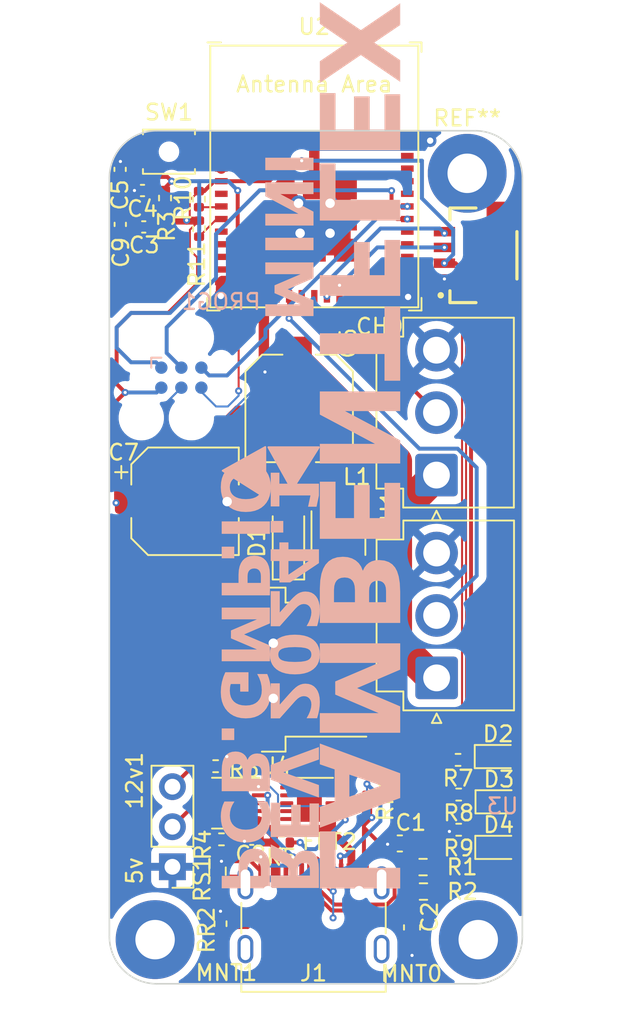
<source format=kicad_pcb>
(kicad_pcb (version 20221018) (generator pcbnew)
  (layers (0 "F.Cu" signal) (31 "B.Cu" signal) (34 "B.Paste" user) (35 "F.Paste" user) (36 "B.SilkS" user "B.Silkscreen") (37 "F.SilkS" user "F.Silkscreen") (38 "B.Mask" user) (39 "F.Mask" user) (44 "Edge.Cuts" user))
  (net 0 "")
  (net 1 "GND")
  (net 2 "Net-(C1-Pad1)")
  (net 3 "Net-(C2-Pad1)")
  (net 4 "VDC")
  (net 5 "Net-(J1-CC1)")
  (net 7 "Net-(J1-CC2)")
  (net 9 "Net-(J1-SHIELD)")
  (net 10 "D-")
  (net 11 "D+")
  (net 12 "+3.3V")
  (net 13 "EN")
  (net 14 "GPIO10")
  (net 15 "TX")
  (net 16 "RX")
  (net 17 "GPIO0")
  (net 35 "GPIO7")
  (net 37 "Net-(D1-K)")
  (net 39 "SDA1")
  (net 40 "SCL1")
  (net 41 "Net-(U4-VIN)")
  (net 46 "Net-(U4-GATE)")
  (net 48 "Net-(D2-K)")
  (net 52 "Net-(FET2-G)")
  (net 54 "Net-(5v    12v1-Pad3)")
  (net 55 "Net-(U4-VSET)")
  (net 57 "Net-(D3-K)")
  (net 58 "Net-(D4-K)")
  (net 59 "Net-(U2-GPIO2{slash}ADC1_CH2)")
  (net 60 "Net-(U2-GPIO3{slash}ADC1_CH3)")
  (footprint "Resistor_SMD:R_0402_1005Metric" (layer "F.Cu") (at 93.35 60.63 90)
    (fp_text reference "RR1")
    (fp_text value "5.1k")
  )
  (footprint "LED_SMD:LED_0603_1608Metric" (layer "F.Cu") (at 101.6975 63.45)
    (fp_text reference "D4")
    (fp_text value "LED")
  )
  (footprint "Inductor_SMD:L_1812_4532Metric" (layer "F.Cu") (at 91.53 43.5175 90)
    (fp_text reference "L1")
    (fp_text value "330uH")
  )
  (footprint "LED_SMD:LED_0603_1608Metric" (layer "F.Cu") (at 101.7125 60.56)
    (fp_text reference "D3")
    (fp_text value "LED")
  )
  (footprint "PCM_Espressif:ESP32-C3-MINI-1" (layer "F.Cu") (at 90 20.9)
    (fp_text reference "U2")
    (fp_text value "ESP32-C3-MINI-1")
  )
  (footprint "Capacitor_SMD:C_0402_1005Metric" (layer "F.Cu") (at 79.18 24.1 180)
    (fp_text reference "C3")
    (fp_text value "10uF")
  )
  (footprint "MountingHole:MountingHole_2.5mm_Pad" (layer "F.Cu") (at 99.7 20.7)
    (fp_text reference "REF**")
    (fp_text value "MountingHole_2.5mm_Pad")
  )
  (footprint "SFE-Connector:JST04_1MM_RA" (layer "F.Cu") (at 98.255 25.9 90)
    (fp_text reference "J2")
    (fp_text value "I2C_STANDARDQWIIC")
  )
  (footprint "Resistor_SMD:R_0402_1005Metric" (layer "F.Cu") (at 82.69 24.21 90)
    (fp_text reference "R11")
    (fp_text value "10k")
  )
  (footprint "MountingHole:MountingHole_2.5mm_Pad" (layer "F.Cu") (at 79.9 69.3)
    (fp_text reference "MNT1")
    (fp_text value "MountingHole_2.5mm_Pad")
  )
  (footprint "Package_TO_SOT_SMD:TO-263-5_TabPin3" (layer "F.Cu") (at 83.35 52.175 180)
    (fp_text reference "U3")
    (fp_text value "LM2575-3.3BU")
  )
  (footprint "Capacitor_SMD:C_0402_1005Metric" (layer "F.Cu") (at 79.1 21.79 180)
    (fp_text reference "C4")
    (fp_text value "100nF")
  )
  (footprint "Resistor_SMD:R_0402_1005Metric" (layer "F.Cu") (at 83.74 58.3)
    (fp_text reference "R6")
    (fp_text value "10k")
  )
  (footprint "Capacitor_SMD:C_0603_1608Metric" (layer "F.Cu") (at 96.2 68.525 -90)
    (fp_text reference "C2")
    (fp_text value "47pF")
  )
  (footprint "Diode_SMD:D_SOD-123" (layer "F.Cu") (at 88.36 44.1 90)
    (fp_text reference "D1")
    (fp_text value "D_Schottky")
  )
  (footprint "Resistor_SMD:R_0603_1608Metric" (layer "F.Cu") (at 96.925 66.25)
    (fp_text reference "R2")
    (fp_text value "22")
  )
  (footprint "Resistor_SMD:R_0402_1005Metric" (layer "F.Cu") (at 99.16 62.33 180)
    (fp_text reference "R9")
    (fp_text value "R_US")
  )
  (footprint "Resistor_SMD:R_0402_1005Metric" (layer "F.Cu") (at 99.12 57.9 180)
    (fp_text reference "R7")
    (fp_text value "R_US")
  )
  (footprint "Connector_JST:JST_VH_B3P-VH-B_1x03_P3.96mm_Vertical" (layer "F.Cu") (at 97.75 39.8375 90)
    (fp_text reference "CH0")
    (fp_text value "CH0")
  )
  (footprint "Capacitor_SMD:C_0402_1005Metric" (layer "F.Cu") (at 77.69 23.94 90)
    (fp_text reference "C9")
    (fp_text value "100nF")
  )
  (footprint "Capacitor_SMD:C_0402_1005Metric" (layer "F.Cu") (at 77.68 20.45 -90)
    (fp_text reference "C5")
    (fp_text value "1uF")
  )
  (footprint "Resistor_SMD:R_0603_1608Metric" (layer "F.Cu") (at 83.86 64.955 90)
    (fp_text reference "RS1")
    (fp_text value "33K")
  )
  (footprint "Resistor_SMD:R_0402_1005Metric" (layer "F.Cu") (at 84.05 68.29 -90)
    (fp_text reference "RR2")
    (fp_text value "5.1k")
  )
  (footprint "Resistor_SMD:R_0603_1608Metric" (layer "F.Cu") (at 96.9 64.7)
    (fp_text reference "R1")
    (fp_text value "22")
  )
  (footprint "Capacitor_SMD:CP_Elec_6.3x5.3" (layer "F.Cu") (at 89.04 35.61 -90)
    (fp_text reference "C6")
    (fp_text value "100uF 50v")
  )
  (footprint "Resistor_SMD:R_0402_1005Metric" (layer "F.Cu") (at 87.94 63.14 180)
    (fp_text reference "R5")
    (fp_text value "49.9K")
  )
  (footprint "LED_SMD:LED_0603_1608Metric" (layer "F.Cu") (at 101.6625 57.69)
    (fp_text reference "D2")
    (fp_text value "LED")
  )
  (footprint "Resistor_SMD:R_0402_1005Metric" (layer "F.Cu") (at 99.16 60.1 180)
    (fp_text reference "R8")
    (fp_text value "R_US")
  )
  (footprint "Button_Switch_SMD:SW_SPST_B3U-1000P-B" (layer "F.Cu") (at 80.78 19.33)
    (fp_text reference "SW1")
    (fp_text value "SW_DIP_x01")
  )
  (footprint "Connector_JST:JST_VH_B3P-VH-B_1x03_P3.96mm_Vertical" (layer "F.Cu") (at 97.76 52.7 90)
    (fp_text reference "CH1")
    (fp_text value "CH1")
  )
  (footprint "Resistor_SMD:R_0402_1005Metric" (layer "F.Cu") (at 82.68 22.34 90)
    (fp_text reference "R10")
    (fp_text value "10k")
  )
  (footprint "Package_DFN_QFN:DFN-10-1EP_3x3mm_P0.5mm_EP1.58x2.35mm" (layer "F.Cu") (at 89.6875 60.65 180)
    (fp_text reference "FET2")
    (fp_text value "AONR21307")
  )
  (footprint "Capacitor_SMD:C_0402_1005Metric" (layer "F.Cu") (at 86.03 62.93 180)
    (fp_text reference "C8")
    (fp_text value "1uF")
  )
  (footprint "Connector_USB:USB_C_Receptacle_G-Switch_GT-USB-7010ASV" (layer "F.Cu") (at 89.95 68.825)
    (fp_text reference "J1")
    (fp_text value "USB-C")
  )
  (footprint "Resistor_SMD:R_0402_1005Metric" (layer "F.Cu") (at 80.53 22.27 -90)
    (fp_text reference "R3")
    (fp_text value "10k")
  )
  (footprint "MountingHole:MountingHole_2.5mm_Pad" (layer "F.Cu") (at 100.4 69.3)
    (fp_text reference "MNT0")
    (fp_text value "MountingHole_2.5mm_Pad")
  )
  (footprint "Capacitor_SMD:CP_Elec_6.3x7.7" (layer "F.Cu") (at 81.8 41.5)
    (fp_text reference "C7")
    (fp_text value "330uF 16V")
  )
  (footprint "Package_DFN_QFN:DFN-10-1EP_3x3mm_P0.5mm_EP1.65x2.38mm" (layer "F.Cu") (at 85.01 60.645 180)
    (fp_text reference "U4")
    (fp_text value "HUSB238" hide)
  )
  (footprint "Capacitor_SMD:C_0603_1608Metric" (layer "F.Cu") (at 95.425 63.2 180)
    (fp_text reference "C1")
    (fp_text value "47pF")
  )
  (footprint "Connector_PinHeader_2.54mm:PinHeader_1x03_P2.54mm_Vertical" (layer "F.Cu") (at 81 64.68 180)
    (fp_text reference "5v    12v1")
    (fp_text value "VSEL")
  )
  (footprint "Resistor_SMD:R_0402_1005Metric" (layer "F.Cu") (at 84.11 62.94 180)
    (fp_text reference "R4")
    (fp_text value "5.1K")
  )
  (footprint "Connector:Tag-Connect_TC2030-IDC-FP_2x03_P1.27mm_Vertical" (layer "B.Cu") (at 81.565 33.66)
    (fp_text reference "PROG1")
    (fp_text value "TC2030-IDC_ESP")
  )
  (gr_poly (pts (xy 86.89 38.06) (xy 86.89 41.26) (xy 84.19 39.56)) (stroke (width 0.12)) (fill solid) (layer "B.SilkS"))
  (gr_poly (pts (xy 87.087161 38.074509) (xy 90.287161 38.074509) (xy 88.587161 40.774509)) (stroke (width 0.12)) (fill solid) (layer "B.SilkS"))
  (gr_arc (start 77 21) (mid 77.87868 18.87868) (end 80 18) (stroke (width 0.1)) (layer "Edge.Cuts"))
  (gr_line (start 77 21) (end 77.000001 69.1) (stroke (width 0.1)) (layer "Edge.Cuts"))
  (gr_line (start 100.2 72.1) (end 80.000001 72.1) (stroke (width 0.1)) (layer "Edge.Cuts"))
  (gr_line (start 103.2 21) (end 103.2 69.1) (stroke (width 0.1)) (layer "Edge.Cuts"))
  (gr_arc (start 100.2 18) (mid 102.32132 18.87868) (end 103.2 21) (stroke (width 0.1)) (layer "Edge.Cuts"))
  (gr_line (start 80 18) (end 100.2 18) (stroke (width 0.1)) (layer "Edge.Cuts"))
  (gr_arc (start 80.000001 72.1) (mid 77.87868 71.221321) (end 77.000001 69.1) (stroke (width 0.1)) (layer "Edge.Cuts"))
  (gr_arc (start 103.2 69.1) (mid 102.321321 71.221321) (end 100.2 72.1) (stroke (width 0.1)) (layer "Edge.Cuts"))
  (gr_text "PCB.GMP.IO" (at 85.37 66.43 270) (layer "B.SilkS") (effects (font (size 3 3) (thickness 0.6) bold) (justify left mirror)))
  (gr_text "MINI" (at 86.38 30.14 270) (layer "B.SilkS") (effects (font (size 3 3) (thickness 0.6) bold italic) (justify left bottom mirror)))
  (gr_text "REV 2024.1\n" (at 88.48 66.41 270) (layer "B.SilkS") (effects (font (size 3 3) (thickness 0.6) bold) (justify left mirror)))
  (gr_text "LAMBENTFLEX\n" (at 89.5 66.7 270) (layer "B.SilkS") (effects (font (size 5 5) (thickness 1) bold) (justify left bottom mirror)))
  (segment (start 88.025 25.575) (end 86.07 27.53) (width 0.66) (layer "F.Cu") (net 1))
  (segment (start 98.65 60.1) (end 98.65 62.33) (width 0.25) (layer "F.Cu") (net 1))
  (segment (start 84.5 41.5) (end 85.95 41.5) (width 2) (layer "F.Cu") (net 1))
  (segment (start 95.95 18.65) (end 96.985 18.65) (width 0.66) (layer "F.Cu") (net 1))
  (segment (start 93.15 62.2) (end 93.15 62.05) (width 0.25) (layer "F.Cu") (net 1))
  (segment (start 89 22.6) (end 90.9 24.5) (width 0.66) (layer "F.Cu") (net 1))
  (segment (start 78.7 21.87) (end 78.62 21.79) (width 0.5) (layer "F.Cu") (net 1))
  (segment (start 90 21.625) (end 90 18.7) (width 0.66) (layer "F.Cu") (net 1))
  (segment (start 93.15 65.1) (end 93.15 62.2) (width 0.25) (layer "F.Cu") (net 1))
  (segment (start 84.47 41.52) (end 84.5 49.175) (width 2) (layer "F.Cu") (net 1))
  (segment (start 91.975 21.625) (end 91 22.6) (width 0.66) (layer "F.Cu") (net 1))
  (segment (start 86.8 27.64) (end 86.69 27.53) (width 0.66) (layer "F.Cu") (net 1))
  (segment (start 86.8 28.5) (end 86.8 33.23) (width 0.66) (layer "F.Cu") (net 1))
  (segment (start 86.69 27.53) (end 86.07 27.53) (width 0.66) (layer "F.Cu") (net 1))
  (segment (start 98.65 60.1) (end 98.65 57.94) (width 0.25) (layer "F.Cu") (net 1))
  (segment (start 93.15 62.05) (end 93.64 61.56) (width 0.25) (layer "F.Cu") (net 1))
  (segment (start 85.975 64.325) (end 84.115 64.325) (width 0.25) (layer "F.Cu") (net 1))
  (segment (start 84.5 41.5) (end 87.41 41.5) (width 2) (layer "F.Cu") (net 1))
  (segment (start 95.95 18.65) (end 84.05 18.65) (width 0.66) (layer "F.Cu") (net 1))
  (segment (start 94.65 63.25) (end 94.15 63.2) (width 0.25) (layer "F.Cu") (net 1))
  (segment (start 84.17 27.53) (end 84.1 27.6) (width 0.66) (layer "F.Cu") (net 1))
  (segment (start 84.1 28.5) (end 84.05 28.55) (width 0.66) (layer "F.Cu") (net 1))
  (segment (start 84.05 67.48) (end 84.05 67.5) (width 0.25) (layer "F.Cu") (net 1))
  (segment (start 78.62 21.79) (end 78.59 21.79) (width 0.127) (layer "F.Cu") (net 1))
  (segment (start 95.95 28.55) (end 95.95 28.54) (width 0.25) (layer "F.Cu") (net 1))
  (segment (start 88.025 21.625) (end 91.975 21.625) (width 0.66) (layer "F.Cu") (net 1))
  (segment (start 84.25 58.3) (end 84.25 57.89) (width 0.5) (layer "F.Cu") (net 1))
  (segment (start 88.025 21.625) (end 89 22.6) (width 0.66) (layer "F.Cu") (net 1))
  (segment (start 84.25 57.89) (end 84.45 57.69) (width 0.5) (layer "F.Cu") (net 1))
  (segment (start 94.65 63.2) (end 94.65 63.25) (width 0.25) (layer "F.Cu") (net 1))
  (segment (start 94.15 63.2) (end 93.15 62.2) (width 0.25) (layer "F.Cu") (net 1))
  (segment (start 95.95 28.54) (end 95.95 30.1175) (width 0.25) (layer "F.Cu") (net 1))
  (segment (start 78.38 24.42) (end 78.7 24.1) (width 0.5) (layer "F.Cu") (net 1))
  (segment (start 82.48 19.33) (end 83.83 19.33) (width 0.127) (layer "F.Cu") (net 1))
  (segment (start 85.01 60.645) (end 85.01 59.06) (width 0.5) (layer "F.Cu") (net 1))
  (segment (start 83.83 19.33) (end 84.1 19.6) (width 0.127) (layer "F.Cu") (net 1))
  (segment (start 87.41 41.5) (end 88.36 42.45) (width 2) (layer "F.Cu") (net 1))
  (segment (start 98.65 57.94) (end 98.61 57.9) (width 0.25) (layer "F.Cu") (net 1))
  (segment (start 84.11 64.33) (end 84.105 64.325) (width 0.25) (layer "F.Cu") (net 1))
  (segment (start 85.55 62.93) (end 85.57 63.06) (width 0.25) (layer "F.Cu") (net 1))
  (segment (start 81.03 64.65) (end 81 64.68) (width 0.5) (layer "F.Cu") (net 1))
  (segment (start 86.8 28.5) (end 86.8 27.64) (width 0.66) (layer "F.Cu") (net 1))
  (segment (start 91 24.5) (end 91 24.6) (width 0.66) (layer "F.Cu") (net 1))
  (segment (start 91 52.175) (end 81.85 52.175) (width 0.66) (layer "F.Cu") (net 1))
  (segment (start 95.95 30.1175) (end 97.75 31.9175) (width 0.25) (layer "F.Cu") (net 1))
  (segment (start 84.05 18.65) (end 84.05 20.35) (width 0.66) (layer "F.Cu") (net 1))
  (segment (start 84.07 28.48) (end 84.1 28.5) (width 0.66) (layer "F.Cu") (net 1))
  (segment (start 85.01 59.06) (end 84.25 58.3) (width 0.5) (layer "F.Cu") (net 1))
  (segment (start 86.8 33.23) (end 86.87 33.3) (width 0.66) (layer "F.Cu") (net 1))
  (segment (start 85.95 41.5) (end 89.04 38.41) (width 2) (layer "F.Cu") (net 1))
  (segment (start 78.7 24.1) (end 78.7 21.87) (width 0.5) (layer "F.Cu") (net 1))
  (segment (start 85.54 62.38) (end 84.4 61.24) (width 0.127) (layer "F.Cu") (net 1))
  (segment (start 91.975 21.625) (end 91.975 25.575) (width 0.66) (layer "F.Cu") (net 1))
  (segment (start 96.2 69.3) (end 96.2 70.3) (width 0.25) (layer "F.Cu") (net 1))
  (segment (start 97.33 18.65) (end 97.35 18.63) (width 0.66) (layer "F.Cu") (net 1))
  (segment (start 85.55 62.39) (end 85.54 62.38) (width 0.25) (layer "F.Cu") (net 1))
  (segment (start 84.1 27.6) (end 84.07 28.48) (width 0.66) (layer "F.Cu") (net 1))
  (segment (start 84.105 64.325) (end 84.075 64.325) (width 0.25) (layer "F.Cu") (net 1))
  (segment (start 89.1 24.5) (end 88.025 25.575) (width 0.66) (layer "F.Cu") (net 1))
  (segment (start 91 48.775) (end 84.9 48.775) (width 0.66) (layer "F.Cu") (net 1))
  (segment (start 93.35 61.14) (end 93.35 61.27) (width 0.127) (layer "F.Cu") (net 1))
  (segment (start 85.57 63.06) (end 85.55 62.39) (width 0.25) (layer "F.Cu") (net 1))
  (segment (start 93.35 61.27) (end 93.64 61.56) (width 0.127) (layer "F.Cu") (net 1))
  (segment (start 84.05 20.35) (end 84.1 20.4) (width 0.66) (layer "F.Cu") (net 1))
  (segment (start 90.9 24.5) (end 91 24.5) (width 0.66) (layer "F.Cu") (net 1))
  (segment (start 91 24.6) (end 91.975 25.575) (width 0.66) (layer "F.Cu") (net 1))
  (segment (start 84.5 49.175) (end 84.275 49.4) (width 2) (layer "F.Cu") (net 1))
  (segment (start 88.025 25.575) (end 91.975 25.575) (width 0.66) (layer "F.Cu") (net 1))
  (segment (start 96.985 18.65) (end 97.33 18.65) (width 0.66) (layer "F.Cu") (net 1))
  (segment (start 77.69 24.42) (end 78.38 24.42) (width 0.5) (layer "F.Cu") (net 1))
  (segment (start 84.9 48.775) (end 84.275 49.4) (width 0.66) (layer "F.Cu") (net 1))
  (segment (start 84.5 41.5) (end 84.47 41.52) (width 2) (layer "F.Cu") (net 1))
  (segment (start 88.025 21.625) (end 88.025 25.575) (width 0.66) (layer "F.Cu") (net 1))
  (segment (start 86.07 27.53) (end 84.17 27.53) (width 0.66) (layer "F.Cu") (net 1))
  (segment (start 87.4 50.5) (end 87.4 54) (width 0.66) (layer "F.Cu") (net 1))
  (segment (start 86.75 65.1) (end 85.975 64.325) (width 0.25) (layer "F.Cu") (net 1))
  (segment (start 91 22.6) (end 89.1 24.5) (width 0.66) (layer "F.Cu") (net 1))
  (segment (start 84.115 64.325) (end 84.11 64.33) (width 0.25) (layer "F.Cu") (net 1))
  (via (at 97.35 18.63) (size 0.8) (drill 0.4) (layers "F.Cu" "B.Cu") (net 1))
  (via (at 89 22.6) (size 1) (drill 0.6) (layers "F.Cu" "B.Cu") (net 1))
  (via (at 98.255 27.4) (size 0.45) (drill 0.2) (layers "F.Cu" "B.Cu") (net 1))
  (via (at 84.11 64.33) (size 0.45) (drill 0.2) (layers "F.Cu" "B.Cu") (net 1))
  (via (at 77.7 19.95) (size 0.45) (drill 0.2) (layers "F.Cu" "B.Cu") (net 1))
  (via (at 87.4 50.5) (size 1) (drill 0.6) (layers "F.Cu" "B.Cu") (net 1))
  (via (at 98.57 62.44) (size 0.45) (drill 0.2) (layers "F.Cu" "B.Cu") (net 1))
  (via (at 78.59 21.79) (size 0.45) (drill 0.2) (layers "F.Cu" "B.Cu") (net 1))
  (via (at 95.95 28.54) (size 0.8) (drill 0.4) (layers "F.Cu" "B.Cu") (net 1))
  (via (at 89.1 24.5) (size 1) (drill 0.6) (layers "F.Cu" "B.Cu") (net 1))
  (via (at 84.07 28.48) (size 0.8) (drill 0.4) (layers "F.Cu" "B.Cu") (net 1))
  (via (at 84.47 41.52) (size 1) (drill 0.6) (layers "F.Cu" "B.Cu") (net 1))
  (via (at 84.45 57.69) (size 0.45) (drill 0.2) (layers "F.Cu" "B.Cu") (net 1))
  (via (at 85.57 63.06) (size 0.45) (drill 0.2) (layers "F.Cu" "B.Cu") (net 1))
  (via (at 94.65 63.25) (size 0.45) (drill 0.2) (layers "F.Cu" "B.Cu") (net 1))
  (via (at 86.87 33.3) (size 0.45) (drill 0.2) (layers "F.Cu" "B.Cu") (net 1))
  (via (at 84.05 67.5) (size 0.45) (drill 0.2) (layers "F.Cu" "B.Cu") (net 1))
  (via (at 93.64 61.56) (size 0.45) (drill 0.2) (layers "F.Cu" "B.Cu") (net 1))
  (via (at 87.4 54) (size 1) (drill 0.6) (layers "F.Cu" "B.Cu") (net 1))
  (via (at 91 24.5) (size 1) (drill 0.6) (layers "F.Cu" "B.Cu") (net 1))
  (via (at 91 22.6) (size 1) (drill 0.6) (layers "F.Cu" "B.Cu") (net 1))
  (via (at 96.2 70.3) (size 0.45) (drill 0.2) (layers "F.Cu" "B.Cu") (net 1))
  (segment (start 81.576629 37.70495) (end 82.85505 37.70495) (width 0.127) (layer "B.Cu") (net 1))
  (segment (start 80.69505 36.823371) (end 81.576629 37.70495) (width 0.127) (layer "B.Cu") (net 1))
  (segment (start 82.85505 37.70495) (end 86.87 33.69) (width 0.127) (layer "B.Cu") (net 1))
  (segment (start 81.565 34.295) (end 80.67 35.19) (width 0.127) (layer "B.Cu") (net 1))
  (segment (start 80.69505 35.16495) (end 80.69505 36.823371) (width 0.127) (layer "B.Cu") (net 1))
  (segment (start 80.67 35.19) (end 80.67 35.3) (width 0.127) (layer "B.Cu") (net 1))
  (segment (start 81.565 34.295) (end 80.69505 35.16495) (width 0.127) (layer "B.Cu") (net 1))
  (segment (start 86.87 33.69) (end 86.87 33.3) (width 0.127) (layer "B.Cu") (net 1))
  (segment (start 89.2 64.18) (end 89.225 64.155) (width 0.25) (layer "F.Cu") (net 2))
  (segment (start 96.2 63.2) (end 96.2 64.575) (width 0.25) (layer "F.Cu") (net 2))
  (segment (start 91.255 67.075) (end 90.2 66.02) (width 0.25) (layer "F.Cu") (net 2))
  (segment (start 96.075 64.7) (end 95.095 65.68) (width 0.25) (layer "F.Cu") (net 2))
  (segment (start 96.2 64.575) (end 96.075 64.7) (width 0.25) (layer "F.Cu") (net 2))
  (segment (start 94.611726 67.075) (end 91.255 67.075) (width 0.25) (layer "F.Cu") (net 2))
  (segment (start 90.2 66.02) (end 90.2 65.1) (width 0.25) (layer "F.Cu") (net 2))
  (segment (start 95.095 65.68) (end 95.095 66.591726) (width 0.25) (layer "F.Cu") (net 2))
  (segment (start 90.175 64.155) (end 90.2 64.18) (width 0.25) (layer "F.Cu") (net 2))
  (segment (start 95.095 66.591726) (end 94.611726 67.075) (width 0.25) (layer "F.Cu") (net 2))
  (segment (start 89.2 65.1) (end 89.2 64.18) (width 0.25) (layer "F.Cu") (net 2))
  (segment (start 90.2 64.18) (end 90.2 65.1) (width 0.25) (layer "F.Cu") (net 2))
  (segment (start 89.225 64.155) (end 90.175 64.155) (width 0.25) (layer "F.Cu") (net 2))
  (segment (start 95.065884 67.75) (end 94.767884 67.452) (width 0.25) (layer "F.Cu") (net 3))
  (segment (start 96.2 67.75) (end 95.065884 67.75) (width 0.25) (layer "F.Cu") (net 3))
  (segment (start 90.7 65.897) (end 91.033 66.23) (width 0.127) (layer "F.Cu") (net 3))
  (segment (start 91.098842 67.452) (end 89.7 66.053158) (width 0.25) (layer "F.Cu") (net 3))
  (segment (start 96.1 66.25) (end 95.969885 66.25) (width 0.25) (layer "F.Cu") (net 3))
  (segment (start 91.26 67.452) (end 91.098842 67.452) (width 0.25) (layer "F.Cu") (net 3))
  (segment (start 91.19 67.92) (end 91.19 67.522) (width 0.127) (layer "F.Cu") (net 3))
  (segment (start 95.969885 66.25) (end 94.767884 67.452) (width 0.25) (layer "F.Cu") (net 3))
  (segment (start 89.7 66.053158) (end 89.7 65.1) (width 0.25) (layer "F.Cu") (net 3))
  (segment (start 90.7 65.1) (end 90.7 65.897) (width 0.127) (layer "F.Cu") (net 3))
  (segment (start 94.767884 67.452) (end 91.26 67.452) (width 0.25) (layer "F.Cu") (net 3))
  (segment (start 91.033 66.23) (end 91.2 66.23) (width 0.127) (layer "F.Cu") (net 3))
  (segment (start 91.19 67.522) (end 91.26 67.452) (width 0.127) (layer "F.Cu") (net 3))
  (via (at 91.2 66.23) (size 0.45) (drill 0.2) (layers "F.Cu" "B.Cu") (net 3))
  (via (at 91.19 67.92) (size 0.45) (drill 0.2) (layers "F.Cu" "B.Cu") (net 3))
  (segment (start 91.2 66.23) (end 91.2 67.91) (width 0.127) (layer "B.Cu") (net 3))
  (segment (start 91.2 67.91) (end 91.19 67.92) (width 0.127) (layer "B.Cu") (net 3))
  (segment (start 95.2 50.4275) (end 95.2 53.675) (width 1) (layer "F.Cu") (net 4))
  (segment (start 95.2 53.675) (end 93.3 55.575) (width 1) (layer "F.Cu") (net 4))
  (segment (start 95.2 42.3875) (end 95.2 50.4275) (width 2) (layer "F.Cu") (net 4))
  (segment (start 95.2 50.4275) (end 97.75 52.9775) (width 2) (layer "F.Cu") (net 4))
  (segment (start 93.3 55.575) (end 91 55.575) (width 1) (layer "F.Cu") (net 4))
  (segment (start 95.2 38.97) (end 95.2 42.3875) (width 2) (layer "F.Cu") (net 4))
  (segment (start 97.75 39.8375) (end 95.2 42.3875) (width 2) (layer "F.Cu") (net 4))
  (segment (start 91 59.45) (end 91.125 59.575) (width 0.5) (layer "F.Cu") (net 4))
  (segment (start 89.04 32.81) (end 95.2 38.97) (width 2) (layer "F.Cu") (net 4))
  (segment (start 91 55.575) (end 91 59.45) (width 0.5) (layer "F.Cu") (net 4))
  (segment (start 86.987234 60.145) (end 86.46 60.145) (width 0.127) (layer "F.Cu") (net 5))
  (segment (start 88.7 66.02) (end 88.7 65.1) (width 0.25) (layer "F.Cu") (net 5))
  (segment (start 85.775606 68.5) (end 87.764 66.511606) (width 0.25) (layer "F.Cu") (net 5))
  (segment (start 87.038872 60.145539) (end 87.034411 60.15) (width 0.25) (layer "F.Cu") (net 5))
  (segment (start 85.775606 68.5) (end 84.35 68.5) (width 0.25) (layer "F.Cu") (net 5))
  (segment (start 88.208394 66.511606) (end 88.7 66.02) (width 0.25) (layer "F.Cu") (net 5))
  (segment (start 87.034411 60.15) (end 86.46 60.15) (width 0.25) (layer "F.Cu") (net 5))
  (segment (start 87.764 66.511606) (end 88.208394 66.511606) (width 0.25) (layer "F.Cu") (net 5))
  (segment (start 84.35 68.5) (end 84.05 68.8) (width 0.25) (layer "F.Cu") (net 5))
  (segment (start 88.7 64.1) (end 88.65 64.05) (width 0.25) (layer "F.Cu") (net 5))
  (segment (start 88.7 65.1) (end 88.7 64.1) (width 0.25) (layer "F.Cu") (net 5))
  (via (at 87.038872 60.145539) (size 0.45) (drill 0.2) (layers "F.Cu" "B.Cu") (net 5))
  (via (at 88.65 64.05) (size 0.45) (drill 0.2) (layers "F.Cu" "B.Cu") (net 5))
  (segment (start 88.65 64.05) (end 87.038872 62.438872) (width 0.25) (layer "B.Cu") (net 5))
  (segment (start 87.038872 62.438872) (end 87.038872 60.145539) (width 0.25) (layer "B.Cu") (net 5))
  (segment (start 91.7 65.1) (end 91.7 64.05) (width 0.25) (layer "F.Cu") (net 7))
  (segment (start 93.35 60.12) (end 93.35 59.49) (width 0.127) (layer "F.Cu") (net 7))
  (segment (start 93.34 59.48) (end 93.34 59.43) (width 0.127) (layer "F.Cu") (net 7))
  (segment (start 93.35 59.49) (end 93.34 59.48) (width 0.127) (layer "F.Cu") (net 7))
  (segment (start 91.7 64.05) (end 91.65 64) (width 0.25) (layer "F.Cu") (net 7))
  (via (at 93.34 59.43) (size 0.45) (drill 0.2) (layers "F.Cu" "B.Cu") (net 7))
  (via (at 91.65 64) (size 0.45) (drill 0.2) (layers "F.Cu" "B.Cu") (net 7))
  (via (at 86.46 59.595) (size 0.45) (drill 0.2) (layers "F.Cu" "B.Cu") (net 7))
  (segment (start 93.34 59.43) (end 93.34 60.14755) (width 0.127) (layer "B.Cu") (net 7))
  (segment (start 91.65 64) (end 91.984889 64) (width 0.25) (layer "B.Cu") (net 7))
  (segment (start 94.195 60.285) (end 93.34 59.43) (width 0.25) (layer "B.Cu") (net 7))
  (segment (start 87.6985 60.107252) (end 87.186248 59.595) (width 0.127) (layer "B.Cu") (net 7))
  (segment (start 93.34 60.14755) (end 92.65405 60.8335) (width 0.127) (layer "B.Cu") (net 7))
  (segment (start 91.984889 64) (end 94.195 61.789889) (width 0.25) (layer "B.Cu") (net 7))
  (segment (start 92.65405 60.8335) (end 87.6985 60.8335) (width 0.127) (layer "B.Cu") (net 7))
  (segment (start 87.6985 60.8335) (end 87.6985 60.107252) (width 0.127) (layer "B.Cu") (net 7))
  (segment (start 87.186248 59.595) (end 86.46 59.595) (width 0.127) (layer "B.Cu") (net 7))
  (segment (start 94.195 61.789889) (end 94.195 60.285) (width 0.25) (layer "B.Cu") (net 7))
  (segment (start 85.36 65.43) (end 85.63 65.7) (width 0.5) (layer "F.Cu") (net 9))
  (segment (start 84.09 65.43) (end 85.36 65.43) (width 0.5) (layer "F.Cu") (net 9))
  (segment (start 95.9 26.8) (end 96.1 26.8) (width 0.127) (layer "F.Cu") (net 10))
  (segment (start 99.3735 54.9265) (end 97.725 56.575) (width 0.127) (layer "F.Cu") (net 10))
  (segment (start 99.1775 28.2175) (end 99.3735 28.4135) (width 0.127) (layer "F.Cu") (net 10))
  (segment (start 96.1 26.8) (end 96.5635 27.2635) (width 0.127) (layer "F.Cu") (net 10))
  (segment (start 97.21129 28.2175) (end 99.1775 28.2175) (width 0.127) (layer "F.Cu") (net 10))
  (segment (start 96.5635 27.2635) (end 96.5635 27.56971) (width 0.127) (layer "F.Cu") (net 10))
  (segment (start 97.725 56.575) (end 97.725 64.7) (width 0.127) (layer "F.Cu") (net 10))
  (segment (start 99.3735 28.4135) (end 99.3735 54.9265) (width 0.127) (layer "F.Cu") (net 10))
  (segment (start 96.5635 27.56971) (end 97.21129 28.2175) (width 0.127) (layer "F.Cu") (net 10))
  (segment (start 97.3165 27.9635) (end 99.2965 27.9635) (width 0.127) (layer "F.Cu") (net 11))
  (segment (start 97.979 56.721) (end 97.979 63.25) (width 0.127) (layer "F.Cu") (net 11))
  (segment (start 98.3885 63.6595) (end 98.3885 65.6115) (width 0.127) (layer "F.Cu") (net 11))
  (segment (start 99.3 27.96) (end 99.6275 28.2875) (width 0.127) (layer "F.Cu") (net 11))
  (segment (start 99.2965 27.9635) (end 99.3 27.96) (width 0.127) (layer "F.Cu") (net 11))
  (segment (start 96.1 26) (end 96.8175 26.7175) (width 0.127) (layer "F.Cu") (net 11))
  (segment (start 95.9 26) (end 96.1 26) (width 0.127) (layer "F.Cu") (net 11))
  (segment (start 98.3885 65.6115) (end 97.75 66.25) (width 0.127) (layer "F.Cu") (net 11))
  (segment (start 99.6275 55.0725) (end 97.979 56.721) (width 0.127) (layer "F.Cu") (net 11))
  (segment (start 96.8175 27.4645) (end 97.3165 27.9635) (width 0.127) (layer "F.Cu") (net 11))
  (segment (start 96.8175 26.7175) (end 96.8175 27.4645) (width 0.127) (layer "F.Cu") (net 11))
  (segment (start 97.979 63.25) (end 98.3885 63.6595) (width 0.127) (layer "F.Cu") (net 11))
  (segment (start 99.6275 28.2875) (end 99.6275 55.0725) (width 0.127) (layer "F.Cu") (net 11))
  (segment (start 79.66 21.87) (end 79.58 21.79) (width 0.5) (layer "F.Cu") (net 12))
  (segment (start 87.14038 21.2) (end 88.44038 19.9) (width 0.25) (layer "F.Cu") (net 12))
  (segment (start 82.625 26.085) (end 82.625 27.670154) (width 0.25) (layer "F.Cu") (net 12))
  (segment (start 102.45 60.51) (end 102.5 60.56) (width 0.25) (layer "F.Cu") (net 12))
  (segment (start 99.943 55.261691) (end 99.943 27.383) (width 0.25) (layer "F.Cu") (net 12))
  (segment (start 80.06 23.7) (end 81.88 23.7) (width 0.5) (layer "F.Cu") (net 12))
  (segment (start 82.370001 23.7) (end 82.69 23.7) (width 0.127) (layer "F.Cu") (net 12))
  (segment (start 80.741604 29.55355) (end 78.376155 29.55355) (width 0.25) (layer "F.Cu") (net 12))
  (segment (start 84.1 21.2) (end 87.14038 21.2) (width 0.25) (layer "F.Cu") (net 12))
  (segment (start 81.88 23.7) (end 81.9 23.68) (width 0.5) (layer "F.Cu") (net 12))
  (segment (start 81.9 23.68) (end 81.92 23.7) (width 0.5) (layer "F.Cu") (net 12))
  (segment (start 79.66 24.1) (end 80.06 23.7) (width 0.5) (layer "F.Cu") (net 12))
  (segment (start 77.45855 34.05855) (end 77.45855 30.471155) (width 0.25) (layer "F.Cu") (net 12))
  (segment (start 80.565295 40.05) (end 80.55 40.05) (width 0.25) (layer "F.Cu") (net 12))
  (segment (start 102.5 60.56) (end 102.5 63.435) (width 0.25) (layer "F.Cu") (net 12))
  (segment (start 77.425 40.175) (end 77.425 40.3) (width 0.25) (layer "F.Cu") (net 12))
  (segment (start 83.02 21.83) (end 82.68 21.83) (width 0.25) (layer "F.Cu") (net 12))
  (segment (start 78 34.6) (end 77.45855 34.05855) (width 0.25) (layer "F.Cu") (net 12))
  (segment (start 91.53 38.0299) (end 89.051255 35.551155) (width 0.25) (layer "F.Cu") (net 12))
  (segment (start 77.525 41.5) (end 77.425 41.6) (width 0.25) (layer "F.Cu") (net 12))
  (segment (start 82.1065 25.5665) (end 82.625 26.085) (width 0.127) (layer "F.Cu") (net 12))
  (segment (start 77.425 40.3) (end 77.425 41.075) (width 0.25) (layer "F.Cu") (net 12))
  (segment (start 91.53 41.38) (end 91.53 38.0299) (width 0.25) (layer "F.Cu") (net 12))
  (segment (start 82.625 27.670154) (end 80.741604 29.55355) (width 0.25) (layer "F.Cu") (net 12))
  (segment (start 78.376155 29.55355) (end 77.45855 30.471155) (width 0.25) (layer "F.Cu") (net 12))
  (segment (start 77.425 41.075) (end 77.425 41.6) (width 0.25) (layer "F.Cu") (net 12))
  (segment (start 80.53 23.23) (end 80.06 23.7) (width 0.25) (layer "F.Cu") (net 12))
  (segment (start 102.45 57.69) (end 102.45 60.51) (width 0.25) (layer "F.Cu") (net 12))
  (segment (start 98.96 26.4) (end 98.255 26.4) (width 0.25) (layer "F.Cu") (net 12))
  (segment (start 82.0965 23.426499) (end 82.370001 23.7) (width 0.127) (layer "F.Cu") (net 12))
  (segment (start 88.44038 19.9) (end 89.2 19.9) (width 0.25) (layer "F.Cu") (net 12))
  (segment (start 99.943 55.261691) (end 100.021691 55.261691) (width 0.25) (layer "F.Cu") (net 12))
  (segment (start 83.65 21.2) (end 83.02 21.83) (width 0.25) (layer "F.Cu") (net 12))
  (segment (start 77.425 35.175) (end 77.425 40.175) (width 0.25) (layer "F.Cu") (net 12))
  (segment (start 100.021691 55.261691) (end 102.45 57.69) (width 0.25) (layer "F.Cu") (net 12))
  (segment (start 78 34.6) (end 77.425 35.175) (width 0.25) (layer "F.Cu") (net 12))
  (segment (start 81.92 23.7) (end 82.69 23.7) (width 0.5) (layer "F.Cu") (net 12))
  (segment (start 82.69 23.7) (end 82.1065 24.2835) (width 0.127) (layer "F.Cu") (net 12))
  (segment (start 79.1 41.5) (end 77.525 41.5) (width 0.25) (layer "F.Cu") (net 12))
  (segment (start 80.53 22.78) (end 80.53 23.23) (width 0.25) (layer "F.Cu") (net 12))
  (segment (start 89.051255 35.551155) (end 85.06414 35.551155) (width 0.25) (layer "F.Cu") (net 12))
  (segment (start 79.66 24.1) (end 79.66 21.87) (width 0.5) (layer "F.Cu") (net 12))
  (segment (start 85.06414 35.551155) (end 80.565295 40.05) (width 0.25) (layer "F.Cu") (net 12))
  (segment (start 84.1 21.2) (end 83.65 21.2) (width 0.25) (layer "F.Cu") (net 12))
  (segment (start 82.68 21.83) (end 82.0965 22.4135) (width 0.127) (layer "F.Cu") (net 12))
  (segment (start 82.0965 22.4135) (end 82.0965 23.426499) (width 0.127) (layer "F.Cu") (net 12))
  (segment (start 82.62 21.83) (end 82.68 21.83) (width 0.127) (layer "F.Cu") (net 12))
  (segment (start 99.943 27.383) (end 98.96 26.4) (width 0.25) (layer "F.Cu") (net 12))
  (segment (start 79.1 41.5) (end 80.55 40.05) (width 0.25) (layer "F.Cu") (net 12))
  (segment (start 82.1065 24.2835) (end 82.1065 25.5665) (width 0.127) (layer "F.Cu") (net 12))
  (segment (start 102.5 63.435) (end 102.485 63.45) (width 0.25) (layer "F.Cu") (net 12))
  (via (at 98.255 26.4) (size 0.45) (drill 0.2) (layers "F.Cu" "B.Cu") (net 12))
  (via (at 77.425 41.6) (size 0.45) (drill 0.2) (layers "F.Cu" "B.Cu") (net 12))
  (via (at 89.2 19.9) (size 0.45) (drill 0.2) (layers "F.Cu" "B.Cu") (net 12))
  (via (at 81.9 23.68) (size 0.45) (drill 0.2) (layers "F.Cu" "B.Cu") (net 12))
  (via (at 78 34.6) (size 0.45) (drill 0.2) (layers "F.Cu" "B.Cu") (net 12))
  (segment (start 77.4725 41.6475) (end 77.425 41.6) (width 0.25) (layer "B.Cu") (net 12))
  (segment (start 79.99 34.6) (end 78 34.6) (width 0.25) (layer "B.Cu") (net 12))
  (segment (start 98.255 26.4) (end 98.81 25.845) (width 0.25) (layer "B.Cu") (net 12))
  (segment (start 98.81 25.845) (end 98.81 24.270111) (width 0.25) (layer "B.Cu") (net 12))
  (segment (start 96.83 19.9) (end 89.2 19.9) (width 0.25) (layer "B.Cu") (net 12))
  (segment (start 96.83 22.290111) (end 96.83 19.9) (width 0.25) (layer "B.Cu") (net 12))
  (segment (start 98.81 24.270111) (end 96.83 22.290111) (width 0.25) (layer "B.Cu") (net 12))
  (segment (start 80.295 34.295) (end 79.99 34.6) (width 0.25) (layer "B.Cu") (net 12))
  (segment (start 85.14 24.81) (end 85.14 21.79) (width 0.25) (layer "F.Cu") (net 13))
  (segment (start 80.68 20.93) (end 80.95 21.2) (width 0.25) (layer "F.Cu") (net 13))
  (segment (start 80.53 21.76) (end 80.53 21.62) (width 0.25) (layer "F.Cu") (net 13))
  (segment (start 77.68 20.93) (end 80.68 20.93) (width 0.25) (layer "F.Cu") (net 13))
  (segment (start 80.53 21.62) (end 80.95 21.2) (width 0.25) (layer "F.Cu") (net 13))
  (segment (start 84.75 25.2) (end 85.14 24.81) (width 0.25) (layer "F.Cu") (net 13))
  (segment (start 79.08 19.53) (end 79.08 19.33) (width 0.127) (layer "F.Cu") (net 13))
  (segment (start 77.68 20.93) (end 79.08 19.53) (width 0.127) (layer "F.Cu") (net 13))
  (segment (start 77.69 20.94) (end 77.68 20.93) (width 0.5) (layer "F.Cu") (net 13))
  (segment (start 77.69 23.46) (end 77.69 20.94) (width 0.5) (layer "F.Cu") (net 13))
  (segment (start 84.1 25.2) (end 84.75 25.2) (width 0.25) (layer "F.Cu") (net 13))
  (segment (start 80.5 21.79) (end 80.53 21.76) (width 0.5) (layer "F.Cu") (net 13))
  (via (at 85.14 21.79) (size 0.45) (drill 0.2) (layers "F.Cu" "B.Cu") (net 13))
  (via (at 80.95 21.2) (size 0.45) (drill 0.2) (layers "F.Cu" "B.Cu") (net 13))
  (segment (start 77.45855 31.768845) (end 78.376155 32.68645) (width 0.25) (layer "B.Cu") (net 13))
  (segment (start 78.376155 32.68645) (end 79.95645 32.68645) (width 0.25) (layer "B.Cu") (net 13))
  (segment (start 82.7 27.7) (end 80.84645 29.55355) (width 0.25) (layer "B.Cu") (net 13))
  (segment (start 85.14 21.79) (end 84.55 21.2) (width 0.25) (layer "B.Cu") (net 13))
  (segment (start 79.95645 32.68645) (end 80.295 33.025) (width 0.25) (layer "B.Cu") (net 13))
  (segment (start 82.7 21.2) (end 82.7 27.7) (width 0.25) (layer "B.Cu") (net 13))
  (segment (start 78.376155 29.55355) (end 77.45855 30.471155) (width 0.25) (layer "B.Cu") (net 13))
  (segment (start 82.7 21.2) (end 80.95 21.2) (width 0.25) (layer "B.Cu") (net 13))
  (segment (start 77.45855 30.471155) (end 77.45855 31.768845) (width 0.25) (layer "B.Cu") (net 13))
  (segment (start 84.55 21.2) (end 82.7 21.2) (width 0.25) (layer "B.Cu") (net 13))
  (segment (start 80.84645 29.55355) (end 78.376155 29.55355) (width 0.25) (layer "B.Cu") (net 13))
  (segment (start 88.4 29.9) (end 88.4 28.5) (width 0.25) (layer "F.Cu") (net 14))
  (via (at 88.4 29.9) (size 0.45) (drill 0.2) (layers "F.Cu" "B.Cu") (net 14))
  (segment (start 100.3 46.22) (end 100.3 39.3674) (width 0.25) (layer "B.Cu") (net 14))
  (segment (start 97.75 48.77) (end 100.3 46.22) (width 0.25) (layer "B.Cu") (net 14))
  (segment (start 100.3 39.3674) (end 99.0951 38.1625) (width 0.25) (layer "B.Cu") (net 14))
  (segment (start 99.0951 38.1625) (end 96.6625 38.1625) (width 0.25) (layer "B.Cu") (net 14))
  (segment (start 96.6625 38.1625) (end 88.4 29.9) (width 0.25) (layer "B.Cu") (net 14))
  (via (at 95.9 22.8) (size 0.45) (drill 0.2) (layers "F.Cu" "B.Cu") (net 15))
  (segment (start 86.9 31.085447) (end 86.9 30.615111) (width 0.25) (layer "B.Cu") (net 15))
  (segment (start 82.835 33.025) (end 83.3283 33.5183) (width 0.25) (layer "B.Cu") (net 15))
  (segment (start 86.9 30.615111) (end 94.715111 22.8) (width 0.25) (layer "B.Cu") (net 15))
  (segment (start 94.715111 22.8) (end 95.9 22.8) (width 0.25) (layer "B.Cu") (net 15))
  (segment (start 83.3283 33.5183) (end 84.467147 33.5183) (width 0.25) (layer "B.Cu") (net 15))
  (segment (start 84.467147 33.5183) (end 86.9 31.085447) (width 0.25) (layer "B.Cu") (net 15))
  (segment (start 94.9 21.8) (end 94.9 23.25) (width 0.25) (layer "F.Cu") (net 16))
  (segment (start 95.25 23.6) (end 95.9 23.6) (width 0.25) (layer "F.Cu") (net 16))
  (segment (start 94.9 23.25) (end 95.25 23.6) (width 0.25) (layer "F.Cu") (net 16))
  (via (at 94.9 21.8) (size 0.45) (drill 0.2) (layers "F.Cu" "B.Cu") (net 16))
  (via (at 95.9 23.6) (size 0.45) (drill 0.2) (layers "F.Cu" "B.Cu") (net 16))
  (segment (start 80.63355 32.09355) (end 80.63355 30.471155) (width 0.25) (layer "B.Cu") (net 16))
  (segment (start 83.76645 27.338255) (end 83.76645 24.548661) (width 0.25) (layer "B.Cu") (net 16))
  (segment (start 94.875 21.775) (end 94.9 21.8) (width 0.25) (layer "B.Cu") (net 16))
  (segment (start 83.76645 24.548661) (end 86.540111 21.775) (width 0.25) (layer "B.Cu") (net 16))
  (segment (start 80.63355 30.471155) (end 83.76645 27.338255) (width 0.25) (layer "B.Cu") (net 16))
  (segment (start 81.565 33.025) (end 80.63355 32.09355) (width 0.25) (layer "B.Cu") (net 16))
  (segment (start 86.540111 21.775) (end 94.875 21.775) (width 0.25) (layer "B.Cu") (net 16))
  (segment (start 85.2 34.5) (end 85.2 28.5) (width 0.127) (layer "F.Cu") (net 17))
  (via (at 85.2 34.5) (size 0.45) (drill 0.2) (layers "F.Cu" "B.Cu") (net 17))
  (segment (start 85.2 34.8) (end 85.2 34.5) (width 0.127) (layer "B.Cu") (net 17))
  (segment (start 83.768327 35.4888) (end 84.5112 35.4888) (width 0.127) (layer "B.Cu") (net 17))
  (segment (start 84.5112 35.4888) (end 85.2 34.8) (width 0.127) (layer "B.Cu") (net 17))
  (segment (start 82.835 34.295) (end 82.835 34.555473) (width 0.127) (layer "B.Cu") (net 17))
  (segment (start 82.835 34.555473) (end 83.768327 35.4888) (width 0.127) (layer "B.Cu") (net 17))
  (segment (start 92.4 30.5275) (end 92.4 28.5) (width 0.25) (layer "F.Cu") (net 35))
  (segment (start 97.75 35.8775) (end 92.4 30.5275) (width 0.25) (layer "F.Cu") (net 35))
  (segment (start 93.625 47.75) (end 93.625 53.55) (width 0.25) (layer "F.Cu") (net 37))
  (segment (start 91.53 45.655) (end 93.625 47.75) (width 0.25) (layer "F.Cu") (net 37))
  (segment (start 93.3 53.875) (end 91 53.875) (width 0.25) (layer "F.Cu") (net 37))
  (segment (start 93.625 53.55) (end 93.3 53.875) (width 0.25) (layer "F.Cu") (net 37))
  (segment (start 88.455 45.655) (end 88.36 45.75) (width 0.25) (layer "F.Cu") (net 37))
  (segment (start 91.53 45.655) (end 88.455 45.655) (width 0.25) (layer "F.Cu") (net 37))
  (segment (start 91.6 28.5) (end 91.6 27.8) (width 0.25) (layer "F.Cu") (net 39))
  (via (at 98.255 25.4) (size 0.45) (drill 0.2) (layers "F.Cu" "B.Cu") (net 39))
  (via (at 91.6 27.8) (size 0.45) (drill 0.2) (layers "F.Cu" "B.Cu") (net 39))
  (segment (start 98.255 25.4) (end 94 25.4) (width 0.25) (layer "B.Cu") (net 39))
  (segment (start 94 25.4) (end 91.6 27.8) (width 0.25) (layer "B.Cu") (net 39))
  (segment (start 98.255 24.4) (end 98.255 24.5) (width 0.25) (layer "F.Cu") (net 40))
  (via (at 90.8 28.5) (size 0.45) (drill 0.2) (layers "F.Cu" "B.Cu") (net 40))
  (via (at 98.255 24.5) (size 0.45) (drill 0.2) (layers "F.Cu" "B.Cu") (net 40))
  (segment (start 98.255 24.5) (end 97.955 24.2) (width 0.25) (layer "B.Cu") (net 40))
  (segment (start 97.955 24.2) (end 94.2 24.2) (width 0.25) (layer "B.Cu") (net 40))
  (segment (start 94.2 24.2) (end 90.8 27.6) (width 0.25) (layer "B.Cu") (net 40))
  (segment (start 90.8 27.6) (end 90.8 28.5) (width 0.25) (layer "B.Cu") (net 40))
  (segment (start 87.43 63.14) (end 87.43 62.595) (width 0.5) (layer "F.Cu") (net 41))
  (segment (start 87.55 63.26) (end 87.55 65.1) (width 0.5) (layer "F.Cu") (net 41))
  (segment (start 92.35 65.1) (end 92.35 63.6975) (width 0.5) (layer "F.Cu") (net 41))
  (segment (start 87.015 62.275) (end 86.46 61.72) (width 0.5) (layer "F.Cu") (net 41))
  (segment (start 87.43 62.595) (end 87.75 62.275) (width 0.5) (layer "F.Cu") (net 41))
  (segment (start 87.75 62.275) (end 90.9275 62.275) (width 0.5) (layer "F.Cu") (net 41))
  (segment (start 87.43 62.69) (end 87.015 62.275) (width 0.5) (layer "F.Cu") (net 41))
  (segment (start 87.43 63.14) (end 87.43 62.69) (width 0.5) (layer "F.Cu") (net 41))
  (segment (start 86.5 61.685) (end 86.46 61.645) (width 0.25) (layer "F.Cu") (net 41))
  (segment (start 92.35 63.6975) (end 90.9275 62.275) (width 0.5) (layer "F.Cu") (net 41))
  (segment (start 91.125 62.0775) (end 91.125 61.725) (width 0.5) (layer "F.Cu") (net 41))
  (segment (start 87.43 63.14) (end 87.55 63.26) (width 0.5) (layer "F.Cu") (net 41))
  (segment (start 87.75 62.275) (end 87.015 62.275) (width 0.5) (layer "F.Cu") (net 41))
  (segment (start 86.5 63.14) (end 87.43 63.14) (width 0.5) (layer "F.Cu") (net 41))
  (segment (start 90.9275 62.275) (end 91.125 62.0775) (width 0.5) (layer "F.Cu") (net 41))
  (segment (start 83.6 62.94) (end 83.6 61.685) (width 0.25) (layer "F.Cu") (net 46))
  (segment (start 83.6 61.685) (end 83.56 61.645) (width 0.25) (layer "F.Cu") (net 46))
  (segment (start 99.84 57.69) (end 99.63 57.9) (width 0.25) (layer "F.Cu") (net 48))
  (segment (start 100.875 57.69) (end 99.84 57.69) (width 0.25) (layer "F.Cu") (net 48))
  (segment (start 84.62 62.94) (end 84.62 63.259999) (width 0.25) (layer "F.Cu") (net 52))
  (segment (start 91.9625 60.52526) (end 91.9625 61.699258) (width 0.25) (layer "F.Cu") (net 52))
  (segment (start 89.1 63.14) (end 88.45 63.14) (width 0.25) (layer "F.Cu") (net 52))
  (segment (start 91.125 60.15) (end 91.58724 60.15) (width 0.25) (layer "F.Cu") (net 52))
  (segment (start 86.45 63.9) (end 86.6 64.05) (width 0.25) (layer "F.Cu") (net 52))
  (segment (start 84.62 63.259999) (end 85.260001 63.9) (width 0.25) (layer "F.Cu") (net 52))
  (segment (start 85.260001 63.9) (end 86.45 63.9) (width 0.25) (layer "F.Cu") (net 52))
  (segment (start 91.58724 60.15) (end 91.9625 60.52526) (width 0.25) (layer "F.Cu") (net 52))
  (via (at 91.9625 61.699258) (size 0.45) (drill 0.2) (layers "F.Cu" "B.Cu") (net 52))
  (via (at 89.1 63.14) (size 0.45) (drill 0.2) (layers "F.Cu" "B.Cu") (net 52))
  (via (at 86.6 64.05) (size 0.45) (drill 0.2) (layers "F.Cu" "B.Cu") (net 52))
  (via (at 89.1 63.14) (size 0.45) (drill 0.2) (layers "F.Cu" "B.Cu") (net 52))
  (via (at 89.1 63.14) (size 0.45) (drill 0.2) (layers "F.Cu" "B.Cu") (net 52))
  (segment (start 89.506588 63.978301) (end 89.506588 63.546588) (width 0.25) (layer "B.Cu") (net 52))
  (segment (start 90.09093 63.558705) (end 89.518705 63.558705) (width 0.25) (layer "B.Cu") (net 52))
  (segment (start 87.155 64.605) (end 88.879889 64.605) (width 0.25) (layer "B.Cu") (net 52))
  (segment (start 89.518705 63.558705) (end 89.1 63.14) (width 0.25) (layer "B.Cu") (net 52))
  (segment (start 88.879889 64.605) (end 89.506588 63.978301) (width 0.25) (layer "B.Cu") (net 52))
  (segment (start 86.6 64.05) (end 87.155 64.605) (width 0.25) (layer "B.Cu") (net 52))
  (segment (start 89.506588 63.546588) (end 89.1 63.14) (width 0.25) (layer "B.Cu") (net 52))
  (segment (start 91.9625 61.699258) (end 91.950377 61.699258) (width 0.25) (layer "B.Cu") (net 52))
  (segment (start 91.950377 61.699258) (end 90.09093 63.558705) (width 0.25) (layer "B.Cu") (net 52))
  (segment (start 81 59.6) (end 82.34 58.26) (width 0.25) (layer "F.Cu") (net 54))
  (segment (start 82.34 58.26) (end 83.34 58.26) (width 0.25) (layer "F.Cu") (net 54))
  (segment (start 81.465 62.605) (end 81 62.14) (width 0.127) (layer "F.Cu") (net 55))
  (segment (start 83.56 60.645) (end 82.495 60.645) (width 0.25) (layer "F.Cu") (net 55))
  (segment (start 82.495 60.645) (end 81 62.14) (width 0.25) (layer "F.Cu") (net 55))
  (segment (start 81.005 62.135) (end 81 62.14) (width 0.127) (layer "F.Cu") (net 55))
  (segment (start 100.465 60.1) (end 100.925 60.56) (width 0.25) (layer "F.Cu") (net 57))
  (segment (start 99.67 60.1) (end 100.465 60.1) (width 0.25) (layer "F.Cu") (net 57))
  (segment (start 99.79 62.33) (end 100.91 63.45) (width 0.25) (layer "F.Cu") (net 58))
  (segment (start 99.67 62.33) (end 99.79 62.33) (width 0.25) (layer "F.Cu") (net 58))
  (segment (start 84.05 22.85) (end 84.1 22.8) (width 0.127) (layer "F.Cu") (net 59))
  (segment (start 82.68 22.85) (end 84.05 22.85) (width 0.127) (layer "F.Cu") (net 59))
  (segment (start 83.81 23.6) (end 84.1 23.6) (width 0.127) (layer "F.Cu") (net 60))
  (segment (start 82.69 24.72) (end 83.81 23.6) (width 0.127) (layer "F.Cu") (net 60))
  (zone (net 1) (net_name "GND") (layer "B.Cu") (connect_pads (clearance 0.5)) (min_thickness 0.25) (fill yes (thermal_gap 0.5) (thermal_bridge_width 0.5))
    (polygon (pts (xy 77 18) (xy 103.2 18) (xy 103.2 72.1) (xy 77 72.1)))
  )
)
</source>
